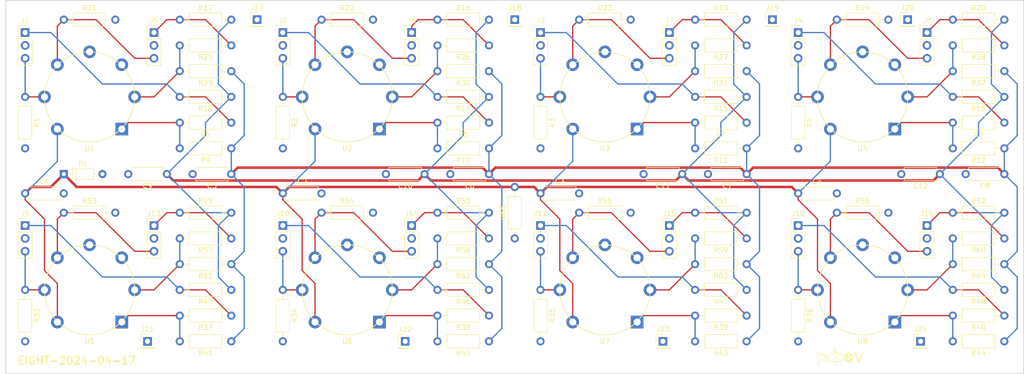
<source format=kicad_pcb>
(kicad_pcb (version 20221018) (generator pcbnew)
  (layers (0 "F.Cu" signal) (1 "In1.Cu" signal) (2 "In2.Cu" power) (31 "B.Cu" signal) (34 "B.Paste" user) (35 "F.Paste" user) (36 "B.SilkS" user "B.Silkscreen") (37 "F.SilkS" user "F.Silkscreen") (38 "B.Mask" user) (39 "F.Mask" user) (44 "Edge.Cuts" user))
  (net 0 "")
  (net 1 "GND")
  (net 2 "Net-(J1-P1)")
  (net 3 "Net-(J1-P3)")
  (net 4 "Net-(J2-P1)")
  (net 5 "Net-(J2-P3)")
  (net 6 "Net-(J3-P1)")
  (net 7 "Net-(J3-P3)")
  (net 8 "Net-(J4-P1)")
  (net 9 "Net-(J4-P3)")
  (net 10 "Net-(J5-P1)")
  (net 11 "Net-(J5-P3)")
  (net 12 "Net-(J6-P1)")
  (net 13 "Net-(J6-P3)")
  (net 14 "Net-(J7-P1)")
  (net 15 "Net-(J7-P3)")
  (net 16 "Net-(J8-P1)")
  (net 17 "Net-(J8-P3)")
  (net 18 "Net-(J9-P1)")
  (net 19 "Net-(J9-P3)")
  (net 20 "Net-(J10-P1)")
  (net 21 "Net-(J10-P3)")
  (net 22 "Net-(J11-P1)")
  (net 23 "Net-(J11-P3)")
  (net 24 "Net-(J12-P1)")
  (net 25 "Net-(J12-P3)")
  (net 26 "Net-(J13-P1)")
  (net 27 "Net-(J13-P3)")
  (net 28 "Net-(J14-P1)")
  (net 29 "Net-(J14-P3)")
  (net 30 "Net-(J15-P1)")
  (net 31 "Net-(J15-P3)")
  (net 32 "Net-(J16-P1)")
  (net 33 "Net-(J16-P3)")
  (net 34 "/VCC")
  (net 35 "/VPP")
  (net 36 "/VGG")
  (net 37 "/f56")
  (net 38 "/f78")
  (net 39 "/VF2")
  (net 40 "/VF1")
  (net 41 "Net-(U1A-A)")
  (net 42 "Net-(U2A-A)")
  (net 43 "Net-(U3A-A)")
  (net 44 "Net-(U4A-A)")
  (net 45 "Net-(U1B-A)")
  (net 46 "Net-(U2B-A)")
  (net 47 "Net-(U3B-A)")
  (net 48 "Net-(U4B-A)")
  (net 49 "Net-(U5A-A)")
  (net 50 "Net-(U6A-A)")
  (net 51 "Net-(U7A-A)")
  (net 52 "Net-(U8A-A)")
  (net 53 "Net-(U5B-A)")
  (net 54 "Net-(U6B-A)")
  (net 55 "Net-(U7B-A)")
  (net 56 "Net-(U8B-A)")
  (net 57 "/VKK")
  (net 58 "/f15")
  (net 59 "/f84")
  (net 60 "/f21")
  (net 61 "/f43")
  (net 62 "/f67")
  (footprint "Pin_Headers:Pin_Header_Straight_1x03_Pitch2.54mm" (layer "F.Cu") (at 181.61 6.35)
    (fp_text reference "J8")
    (fp_text value "CONN_01X03")
  )
  (footprint "footlibrary:B7G-0.7dia" (layer "F.Cu") (at 16.51 19.05)
    (fp_text reference "U1")
    (fp_text value "6J6")
  )
  (footprint "footlibrary:B7G-0.7dia" (layer "F.Cu") (at 67.31 19.05)
    (fp_text reference "U2")
    (fp_text value "6J6")
  )
  (footprint "footlibrary:B7G-0.7dia" (layer "F.Cu") (at 118.11 19.05)
    (fp_text reference "U3")
    (fp_text value "6J6")
  )
  (footprint "footlibrary:B7G-0.7dia" (layer "F.Cu") (at 168.91 19.05)
    (fp_text reference "U4")
    (fp_text value "6J6")
  )
  (footprint "footlibrary:B7G-0.7dia" (layer "F.Cu") (at 16.51 57.15)
    (fp_text reference "U5")
    (fp_text value "6J6")
  )
  (footprint "footlibrary:B7G-0.7dia" (layer "F.Cu") (at 67.31 57.15)
    (fp_text reference "U6")
    (fp_text value "6J6")
  )
  (footprint "footlibrary:B7G-0.7dia" (layer "F.Cu") (at 118.11 57.15)
    (fp_text reference "U7")
    (fp_text value "6J6")
  )
  (footprint "footlibrary:B7G-0.7dia" (layer "F.Cu") (at 168.91 57.15)
    (fp_text reference "U8")
    (fp_text value "6J6")
  )
  (footprint "Pin_Headers:Pin_Header_Straight_1x03_Pitch2.54mm" (layer "F.Cu") (at 80.01 6.35)
    (fp_text reference "J6")
    (fp_text value "CONN_01X03")
  )
  (footprint "Pin_Headers:Pin_Header_Straight_1x03_Pitch2.54mm" (layer "F.Cu") (at 3.81 6.35)
    (fp_text reference "J1")
    (fp_text value "CONN_01X03")
  )
  (footprint "Pin_Headers:Pin_Header_Straight_1x03_Pitch2.54mm" (layer "F.Cu") (at 54.61 6.35)
    (fp_text reference "J2")
    (fp_text value "CONN_01X03")
  )
  (footprint "Pin_Headers:Pin_Header_Straight_1x03_Pitch2.54mm" (layer "F.Cu") (at 105.41 6.35)
    (fp_text reference "J3")
    (fp_text value "CONN_01X03")
  )
  (footprint "Pin_Headers:Pin_Header_Straight_1x03_Pitch2.54mm" (layer "F.Cu") (at 156.21 6.35)
    (fp_text reference "J4")
    (fp_text value "CONN_01X03")
  )
  (footprint "Pin_Headers:Pin_Header_Straight_1x03_Pitch2.54mm" (layer "F.Cu") (at 29.21 6.35)
    (fp_text reference "J5")
    (fp_text value "CONN_01X03")
  )
  (footprint "Pin_Headers:Pin_Header_Straight_1x03_Pitch2.54mm" (layer "F.Cu") (at 130.81 6.35)
    (fp_text reference "J7")
    (fp_text value "CONN_01X03")
  )
  (footprint "Pin_Headers:Pin_Header_Straight_1x03_Pitch2.54mm" (layer "F.Cu") (at 3.81 44.45)
    (fp_text reference "J9")
    (fp_text value "CONN_01X03")
  )
  (footprint "Pin_Headers:Pin_Header_Straight_1x03_Pitch2.54mm" (layer "F.Cu") (at 54.61 44.45)
    (fp_text reference "J10")
    (fp_text value "CONN_01X03")
  )
  (footprint "Pin_Headers:Pin_Header_Straight_1x03_Pitch2.54mm" (layer "F.Cu") (at 105.41 44.45)
    (fp_text reference "J11")
    (fp_text value "CONN_01X03")
  )
  (footprint "Pin_Headers:Pin_Header_Straight_1x03_Pitch2.54mm" (layer "F.Cu") (at 156.21 44.45)
    (fp_text reference "J12")
    (fp_text value "CONN_01X03")
  )
  (footprint "Pin_Headers:Pin_Header_Straight_1x03_Pitch2.54mm" (layer "F.Cu") (at 29.21 44.45)
    (fp_text reference "J13")
    (fp_text value "CONN_01X03")
  )
  (footprint "Pin_Headers:Pin_Header_Straight_1x03_Pitch2.54mm" (layer "F.Cu") (at 80.01 44.45)
    (fp_text reference "J14")
    (fp_text value "CONN_01X03")
  )
  (footprint "Pin_Headers:Pin_Header_Straight_1x03_Pitch2.54mm" (layer "F.Cu") (at 130.81 44.45)
    (fp_text reference "J15")
    (fp_text value "CONN_01X03")
  )
  (footprint "Pin_Headers:Pin_Header_Straight_1x03_Pitch2.54mm" (layer "F.Cu") (at 181.61 44.45)
    (fp_text reference "J16")
    (fp_text value "CONN_01X03")
  )
  (footprint "Pin_Headers:Pin_Header_Straight_1x01_Pitch2.54mm" (layer "F.Cu") (at 49.53 3.81)
    (fp_text reference "J17")
    (fp_text value "CONN_01X01")
  )
  (footprint "Pin_Headers:Pin_Header_Straight_1x01_Pitch2.54mm" (layer "F.Cu") (at 100.33 3.81)
    (fp_text reference "J18")
    (fp_text value "CONN_01X01")
  )
  (footprint "Pin_Headers:Pin_Header_Straight_1x01_Pitch2.54mm" (layer "F.Cu") (at 151.13 3.81)
    (fp_text reference "J19")
    (fp_text value "CONN_01X01")
  )
  (footprint "Pin_Headers:Pin_Header_Straight_1x01_Pitch2.54mm" (layer "F.Cu") (at 177.8 3.81)
    (fp_text reference "J20")
    (fp_text value "CONN_01X01")
  )
  (footprint "Pin_Headers:Pin_Header_Straight_1x01_Pitch2.54mm" (layer "F.Cu") (at 27.94 67.31)
    (fp_text reference "J21")
    (fp_text value "CONN_01X01")
  )
  (footprint "Pin_Headers:Pin_Header_Straight_1x01_Pitch2.54mm" (layer "F.Cu") (at 78.74 67.31)
    (fp_text reference "J22")
    (fp_text value "CONN_01X01")
  )
  (footprint "Pin_Headers:Pin_Header_Straight_1x01_Pitch2.54mm" (layer "F.Cu") (at 129.54 67.31)
    (fp_text reference "J23")
    (fp_text value "CONN_01X01")
  )
  (footprint "Pin_Headers:Pin_Header_Straight_1x01_Pitch2.54mm" (layer "F.Cu") (at 180.34 67.31)
    (fp_text reference "J24")
    (fp_text value "CONN_01X01")
  )
  (footprint "Diodes_THT:D_DO-35_SOD27_P7.62mm_Horizontal" (layer "F.Cu") (at 11.43 34.29)
    (fp_text reference "D1")
    (fp_text value "3.0V")
  )
  (footprint "footlibrary:C_Axial_0.1uF" (layer "F.Cu") (at 3.81 38.1)
    (fp_text reference "C1")
    (fp_text value "0.1u")
  )
  (footprint "footlibrary:C_Axial_0.1uF" (layer "F.Cu") (at 54.61 38.1)
    (fp_text reference "C2")
    (fp_text value "0.1u")
  )
  (footprint "footlibrary:C_Axial_0.1uF" (layer "F.Cu") (at 105.41 38.1)
    (fp_text reference "C3")
    (fp_text value "0.1u")
  )
  (footprint "footlibrary:C_Axial_0.1uF" (layer "F.Cu") (at 156.21 38.1)
    (fp_text reference "C4")
    (fp_text value "0.1u")
  )
  (footprint "footlibrary:C_Axial_0.1uF" (layer "F.Cu") (at 44.45 34.29 180)
    (fp_text reference "C5")
    (fp_text value "0.1u")
  )
  (footprint "footlibrary:C_Axial_0.1uF" (layer "F.Cu") (at 95.25 34.29 180)
    (fp_text reference "C6")
    (fp_text value "0.1u")
  )
  (footprint "footlibrary:C_Axial_0.1uF" (layer "F.Cu") (at 146.05 34.29 180)
    (fp_text reference "C7")
    (fp_text value "0.1u")
  )
  (footprint "footlibrary:C_Axial_0.1uF" (layer "F.Cu") (at 196.85 34.29 180)
    (fp_text reference "C8")
    (fp_text value "0.1u")
  )
  (footprint "footlibrary:C_Axial_0.1uF" (layer "F.Cu") (at 31.75 34.29 180)
    (fp_text reference "C9")
    (fp_text value "0.1u")
  )
  (footprint "footlibrary:C_Axial_0.1uF" (layer "F.Cu") (at 82.55 34.29 180)
    (fp_text reference "C10")
    (fp_text value "0.1u")
  )
  (footprint "footlibrary:C_Axial_0.1uF" (layer "F.Cu") (at 133.35 34.29 180)
    (fp_text reference "C11")
    (fp_text value "0.1u")
  )
  (footprint "footlibrary:C_Axial_0.1uF" (layer "F.Cu") (at 184.15 34.29 180)
    (fp_text reference "C12")
    (fp_text value "0.1u")
  )
  (footprint "footlibrary:R_Axial_QtrWatt" (layer "F.Cu") (at 3.81 19.05 -90)
    (fp_text reference "R1")
    (fp_text value "150K")
  )
  (footprint "footlibrary:R_Axial_QtrWatt" (layer "F.Cu") (at 54.61 19.05 -90)
    (fp_text reference "R2")
    (fp_text value "150K")
  )
  (footprint "footlibrary:R_Axial_QtrWatt" (layer "F.Cu") (at 105.41 19.05 -90)
    (fp_text reference "R3")
    (fp_text value "150K")
  )
  (footprint "footlibrary:R_Axial_QtrWatt" (layer "F.Cu") (at 156.21 19.05 -90)
    (fp_text reference "R4")
    (fp_text value "150K")
  )
  (footprint "footlibrary:R_Axial_QtrWatt" (layer "F.Cu") (at 44.45 24.13 180)
    (fp_text reference "R5")
    (fp_text value "26.7K")
  )
  (footprint "footlibrary:R_Axial_QtrWatt" (layer "F.Cu") (at 95.25 24.13 180)
    (fp_text reference "R6")
    (fp_text value "26.7K")
  )
  (footprint "footlibrary:R_Axial_QtrWatt" (layer "F.Cu") (at 146.05 24.13 180)
    (fp_text reference "R7")
    (fp_text value "26.7K")
  )
  (footprint "footlibrary:R_Axial_QtrWatt" (layer "F.Cu") (at 196.85 24.13 180)
    (fp_text reference "R8")
    (fp_text value "26.7K")
  )
  (footprint "footlibrary:R_Axial_QtrWatt" (layer "F.Cu") (at 44.45 29.21 180)
    (fp_text reference "R9")
    (fp_text value "26.7K")
  )
  (footprint "footlibrary:R_Axial_QtrWatt" (layer "F.Cu") (at 95.25 29.21 180)
    (fp_text reference "R10")
    (fp_text value "26.7K")
  )
  (footprint "footlibrary:R_Axial_QtrWatt" (layer "F.Cu") (at 146.05 29.21 180)
    (fp_text reference "R11")
    (fp_text value "26.7K")
  )
  (footprint "footlibrary:R_Axial_QtrWatt" (layer "F.Cu") (at 196.85 29.21 180)
    (fp_text reference "R12")
    (fp_text value "26.7K")
  )
  (footprint "footlibrary:R_Axial_QtrWatt" (layer "F.Cu") (at 44.45 19.05 180)
    (fp_text reference "R13")
    (fp_text value "46.4K")
  )
  (footprint "footlibrary:R_Axial_QtrWatt" (layer "F.Cu") (at 95.25 19.05 180)
    (fp_text reference "R14")
    (fp_text value "46.4K")
  )
  (footprint "footlibrary:R_Axial_QtrWatt" (layer "F.Cu") (at 146.05 19.05 180)
    (fp_text reference "R15")
    (fp_text value "46.4K")
  )
  (footprint "footlibrary:R_Axial_QtrWatt" (layer "F.Cu") (at 196.85 19.05 180)
    (fp_text reference "R16")
    (fp_text value "46.4K")
  )
  (footprint "footlibrary:R_Axial_QtrWatt" (layer "F.Cu") (at 34.29 3.81)
    (fp_text reference "R17")
    (fp_text value "46.4K")
  )
  (footprint "footlibrary:R_Axial_QtrWatt" (layer "F.Cu") (at 85.09 3.81)
    (fp_text reference "R18")
    (fp_text value "46.4K")
  )
  (footprint "footlibrary:R_Axial_QtrWatt" (layer "F.Cu") (at 135.89 3.81)
    (fp_text reference "R19")
    (fp_text value "46.4K")
  )
  (footprint "footlibrary:R_Axial_QtrWatt" (layer "F.Cu") (at 186.69 3.81)
    (fp_text reference "R20")
    (fp_text value "46.4K")
  )
  (footprint "footlibrary:R_Axial_QtrWatt" (layer "F.Cu") (at 11.43 3.81)
    (fp_text reference "R21")
    (fp_text value "150K")
  )
  (footprint "footlibrary:R_Axial_QtrWatt" (layer "F.Cu") (at 62.23 3.81)
    (fp_text reference "R22")
    (fp_text value "150K")
  )
  (footprint "footlibrary:R_Axial_QtrWatt" (layer "F.Cu") (at 113.03 3.81)
    (fp_text reference "R23")
    (fp_text value "150K")
  )
  (footprint "footlibrary:R_Axial_QtrWatt" (layer "F.Cu") (at 163.83 3.81)
    (fp_text reference "R24")
    (fp_text value "150K")
  )
  (footprint "footlibrary:R_Axial_QtrWatt" (layer "F.Cu") (at 44.45 8.89 180)
    (fp_text reference "R25")
    (fp_text value "26.7K")
  )
  (footprint "footlibrary:R_Axial_QtrWatt" (layer "F.Cu") (at 95.25 8.89 180)
    (fp_text reference "R26")
    (fp_text value "26.7K")
  )
  (footprint "footlibrary:R_Axial_QtrWatt" (layer "F.Cu") (at 146.05 8.89 180)
    (fp_text reference "R27")
    (fp_text value "26.7K")
  )
  (footprint "footlibrary:R_Axial_QtrWatt" (layer "F.Cu") (at 196.85 8.89 180)
    (fp_text reference "R28")
    (fp_text value "26.7K")
  )
  (footprint "footlibrary:R_Axial_QtrWatt" (layer "F.Cu") (at 44.45 13.97 180)
    (fp_text reference "R29")
    (fp_text value "26.7K")
  )
  (footprint "footlibrary:R_Axial_QtrWatt" (layer "F.Cu") (at 95.25 13.97 180)
    (fp_text reference "R30")
    (fp_text value "26.7K")
  )
  (footprint "footlibrary:R_Axial_QtrWatt" (layer "F.Cu") (at 146.05 13.97 180)
    (fp_text reference "R31")
    (fp_text value "26.7K")
  )
  (footprint "footlibrary:R_Axial_QtrWatt" (layer "F.Cu") (at 196.85 13.97 180)
    (fp_text reference "R32")
    (fp_text value "26.7K")
  )
  (footprint "footlibrary:R_Axial_QtrWatt" (layer "F.Cu") (at 3.81 57.15 -90)
    (fp_text reference "R33")
    (fp_text value "150K")
  )
  (footprint "footlibrary:R_Axial_QtrWatt" (layer "F.Cu") (at 54.61 57.15 -90)
    (fp_text reference "R34")
    (fp_text value "150K")
  )
  (footprint "footlibrary:R_Axial_QtrWatt" (layer "F.Cu") (at 105.41 57.15 -90)
    (fp_text reference "R35")
    (fp_text value "150K")
  )
  (footprint "footlibrary:R_Axial_QtrWatt" (layer "F.Cu") (at 156.21 57.15 -90)
    (fp_text reference "R36")
    (fp_text value "150K")
  )
  (footprint "footlibrary:R_Axial_QtrWatt" (layer "F.Cu") (at 44.45 62.23 180)
    (fp_text reference "R37")
    (fp_text value "26.7K")
  )
  (footprint "footlibrary:R_Axial_QtrWatt" (layer "F.Cu") (at 95.25 62.23 180)
    (fp_text reference "R38")
    (fp_text value "26.7K")
  )
  (footprint "footlibrary:R_Axial_QtrWatt" (layer "F.Cu") (at 146.05 62.23 180)
    (fp_text reference "R39")
    (fp_text value "26.7K")
  )
  (footprint "footlibrary:R_Axial_QtrWatt" (layer "F.Cu") (at 196.85 62.23 180)
    (fp_text reference "R40")
    (fp_text value "26.7K")
  )
  (footprint "footlibrary:R_Axial_QtrWatt" (layer "F.Cu") (at 44.45 67.31 180)
    (fp_text reference "R41")
    (fp_text value "26.7K")
  )
  (footprint "footlibrary:R_Axial_QtrWatt" (layer "F.Cu") (at 95.25 67.31 180)
    (fp_text reference "R42")
    (fp_text value "26.7K")
  )
  (footprint "footlibrary:R_Axial_QtrWatt" (layer "F.Cu") (at 146.05 67.31 180)
    (fp_text reference "R43")
    (fp_text value "26.7K")
  )
  (footprint "footlibrary:R_Axial_QtrWatt" (layer "F.Cu") (at 196.85 67.31 180)
    (fp_text reference "R44")
    (fp_text value "26.7K")
  )
  (footprint "footlibrary:R_Axial_QtrWatt" (layer "F.Cu") (at 44.45 57.15 180)
    (fp_text reference "R45")
    (fp_text value "46.4K")
  )
  (footprint "footlibrary:R_Axial_QtrWatt" (layer "F.Cu") (at 95.25 57.15 180)
    (fp_text reference "R46")
    (fp_text value "46.4K")
  )
  (footprint "footlibrary:R_Axial_QtrWatt" (layer "F.Cu") (at 146.05 57.15 180)
    (fp_text reference "R47")
    (fp_text value "46.4K")
  )
  (footprint "footlibrary:R_Axial_QtrWatt" (layer "F.Cu") (at 196.85 57.15 180)
    (fp_text reference "R48")
    (fp_text value "46.4K")
  )
  (footprint "footlibrary:R_Axial_QtrWatt" (layer "F.Cu") (at 34.29 41.91)
    (fp_text reference "R49")
    (fp_text value "46.4K")
  )
  (footprint "footlibrary:R_Axial_QtrWatt" (layer "F.Cu") (at 85.09 41.91)
    (fp_text reference "R50")
    (fp_text value "46.4K")
  )
  (footprint "footlibrary:R_Axial_QtrWatt" (layer "F.Cu") (at 135.89 41.91)
    (fp_text reference "R51")
    (fp_text value "46.4K")
  )
  (footprint "footlibrary:R_Axial_QtrWatt" (layer "F.Cu") (at 186.69 41.91)
    (fp_text reference "R52")
    (fp_text value "46.4K")
  )
  (footprint "footlibrary:R_Axial_QtrWatt" (layer "F.Cu") (at 11.43 41.91)
    (fp_text reference "R53")
    (fp_text value "150K")
  )
  (footprint "footlibrary:R_Axial_QtrWatt" (layer "F.Cu") (at 62.23 41.91)
    (fp_text reference "R54")
    (fp_text value "150K")
  )
  (footprint "footlibrary:R_Axial_QtrWatt" (layer "F.Cu") (at 113.03 41.91)
    (fp_text reference "R55")
    (fp_text value "150K")
  )
  (footprint "footlibrary:R_Axial_QtrWatt" (layer "F.Cu") (at 163.83 41.91)
    (fp_text reference "R56")
    (fp_text value "150K")
  )
  (footprint "footlibrary:R_Axial_QtrWatt" (layer "F.Cu") (at 44.45 46.99 180)
    (fp_text reference "R57")
    (fp_text value "26.7K")
  )
  (footprint "footlibrary:R_Axial_QtrWatt" (layer "F.Cu") (at 95.25 46.99 180)
    (fp_text reference "R58")
    (fp_text value "26.7K")
  )
  (footprint "footlibrary:R_Axial_QtrWatt" (layer "F.Cu") (at 146.05 46.99 180)
    (fp_text reference "R59")
    (fp_text value "26.7K")
  )
  (footprint "footlibrary:R_Axial_QtrWatt" (layer "F.Cu") (at 196.85 46.99 180)
    (fp_text reference "R60")
    (fp_text value "26.7K")
  )
  (footprint "footlibrary:R_Axial_QtrWatt" (layer "F.Cu") (at 44.45 52.07 180)
    (fp_text reference "R61")
    (fp_text value "26.7K")
  )
  (footprint "footlibrary:R_Axial_QtrWatt" (layer "F.Cu") (at 95.25 52.07 180)
    (fp_text reference "R62")
    (fp_text value "26.7K")
  )
  (footprint "footlibrary:R_Axial_QtrWatt" (layer "F.Cu") (at 146.05 52.07 180)
    (fp_text reference "R63")
    (fp_text value "26.7K")
  )
  (footprint "footlibrary:R_Axial_QtrWatt" (layer "F.Cu") (at 196.85 52.07 180)
    (fp_text reference "R64")
    (fp_text value "26.7K")
  )
  (footprint "footlibrary:R_Axial_QtrWatt" (layer "F.Cu") (at 100.33 46.99 90)
    (fp_text reference "R65")
    (fp_text value "220")
  )
  (footprint "LOGO" (layer "F.Cu") (at 164.465 70.485)
    (fp_text reference "G***" hide)
    (fp_text value "LOGO" hide)
  )
  (gr_line (start 0 0) (end 0 73.66) (stroke (width 0.15)) (layer "Edge.Cuts"))
  (gr_line (start 200.66 73.66) (end 200.66 0) (stroke (width 0.15)) (layer "Edge.Cuts"))
  (gr_line (start 0 73.66) (end 200.66 73.66) (stroke (width 0.15)) (layer "Edge.Cuts"))
  (gr_line (start 200.66 0) (end 0 0) (stroke (width 0.15)) (layer "Edge.Cuts"))
  (gr_text "EIGHT-2024-04-17" (at 13.97 71.12) (layer "F.SilkS") (effects (font (size 1.5 1.5) (thickness 0.3))))
  (segment (start 39.37 19.05) (end 34.29 19.05) (width 0.25) (layer "F.Cu") (net 2))
  (segment (start 41.91 21.59) (end 39.37 19.05) (width 0.25) (layer "F.Cu") (net 2))
  (segment (start 44.45 24.13) (end 41.91 21.59) (width 0.25) (layer "F.Cu") (net 2))
  (segment (start 8.89 6.35) (end 19.05 16.51) (width 0.25) (layer "B.Cu") (net 2))
  (segment (start 19.05 16.51) (end 31.75 16.51) (width 0.25) (layer "B.Cu") (net 2))
  (segment (start 3.81 6.35) (end 8.89 6.35) (width 0.25) (layer "B.Cu") (net 2))
  (segment (start 34.29 19.05) (end 31.75 16.51) (width 0.25) (layer "B.Cu") (net 2))
  (segment (start 7.62 19.05) (end 3.81 19.05) (width 0.25) (layer "F.Cu") (net 3))
  (segment (start 3.81 11.43) (end 3.81 19.05) (width 0.25) (layer "B.Cu") (net 3))
  (segment (start 90.17 19.05) (end 95.25 24.13) (width 0.25) (layer "F.Cu") (net 4))
  (segment (start 85.09 19.05) (end 90.17 19.05) (width 0.25) (layer "F.Cu") (net 4))
  (segment (start 82.55 16.51) (end 85.09 19.05) (width 0.25) (layer "B.Cu") (net 4))
  (segment (start 59.69 6.35) (end 69.85 16.51) (width 0.25) (layer "B.Cu") (net 4))
  (segment (start 69.85 16.51) (end 82.55 16.51) (width 0.25) (layer "B.Cu") (net 4))
  (segment (start 54.61 6.35) (end 59.69 6.35) (width 0.25) (layer "B.Cu") (net 4))
  (segment (start 54.61 19.05) (end 58.42 19.05) (width 0.25) (layer "F.Cu") (net 5))
  (segment (start 54.61 11.43) (end 54.61 19.05) (width 0.25) (layer "B.Cu") (net 5))
  (segment (start 140.97 19.05) (end 146.05 24.13) (width 0.25) (layer "F.Cu") (net 6))
  (segment (start 135.89 19.05) (end 140.97 19.05) (width 0.25) (layer "F.Cu") (net 6))
  (segment (start 133.35 16.51) (end 135.89 19.05) (width 0.25) (layer "B.Cu") (net 6))
  (segment (start 110.49 6.35) (end 120.65 16.51) (width 0.25) (layer "B.Cu") (net 6))
  (segment (start 120.65 16.51) (end 133.35 16.51) (width 0.25) (layer "B.Cu") (net 6))
  (segment (start 105.41 6.35) (end 110.49 6.35) (width 0.25) (layer "B.Cu") (net 6))
  (segment (start 105.41 19.05) (end 109.22 19.05) (width 0.25) (layer "F.Cu") (net 7))
  (segment (start 105.41 11.43) (end 105.41 19.05) (width 0.25) (layer "B.Cu") (net 7))
  (segment (start 191.77 19.05) (end 196.85 24.13) (width 0.25) (layer "F.Cu") (net 8))
  (segment (start 186.69 19.05) (end 191.77 19.05) (width 0.25) (layer "F.Cu") (net 8))
  (segment (start 184.15 16.51) (end 179.07 16.51) (width 0.25) (layer "B.Cu") (net 8))
  (segment (start 161.29 6.35) (end 171.45 16.51) (width 0.25) (layer "B.Cu") (net 8))
  (segment (start 171.45 16.51) (end 179.07 16.51) (width 0.25) (layer "B.Cu") (net 8))
  (segment (start 186.69 19.05) (end 184.15 16.51) (width 0.25) (layer "B.Cu") (net 8))
  (segment (start 156.21 6.35) (end 161.29 6.35) (width 0.25) (layer "B.Cu") (net 8))
  (segment (start 156.21 19.05) (end 160.02 19.05) (width 0.25) (layer "F.Cu") (net 9))
  (segment (start 156.21 11.43) (end 156.21 19.05) (width 0.25) (layer "B.Cu") (net 9))
  (segment (start 39.37 3.81) (end 44.45 8.89) (width 0.25) (layer "F.Cu") (net 10))
  (segment (start 31.75 3.81) (end 34.29 3.81) (width 0.25) (layer "F.Cu") (net 10))
  (segment (start 34.29 3.81) (end 39.37 3.81) (width 0.25) (layer "F.Cu") (net 10))
  (segment (start 29.21 6.35) (end 31.75 3.81) (width 0.25) (layer "F.Cu") (net 10))
  (segment (start 25.4 11.43) (end 17.78 3.81) (width 0.25) (layer "F.Cu") (net 11))
  (segment (start 17.78 3.81) (end 16.51 3.81) (width 0.25) (layer "F.Cu") (net 11))
  (segment (start 10.16 5.08) (end 11.43 3.81) (width 0.25) (layer "F.Cu") (net 11))
  (segment (start 29.21 11.43) (end 25.4 11.43) (width 0.25) (layer "F.Cu") (net 11))
  (segment (start 11.43 3.81) (end 16.51 3.81) (width 0.25) (layer "F.Cu") (net 11))
  (segment (start 10.16 12.7) (end 10.16 5.08) (width 0.25) (layer "F.Cu") (net 11))
  (segment (start 80.01 5.08) (end 81.28 3.81) (width 0.25) (layer "F.Cu") (net 12))
  (segment (start 81.28 3.81) (end 85.09 3.81) (width 0.25) (layer "F.Cu") (net 12))
  (segment (start 85.09 3.81) (end 90.17 3.81) (width 0.25) (layer "F.Cu") (net 12))
  (segment (start 90.17 3.81) (end 95.25 8.89) (width 0.25) (layer "F.Cu") (net 12))
  (segment (start 80.01 6.35) (end 80.01 5.08) (width 0.25) (layer "F.Cu") (net 12))
  (segment (start 77.47 11.43) (end 76.2 11.43) (width 0.25) (layer "F.Cu") (net 13))
  (segment (start 76.2 11.43) (end 68.58 3.81) (width 0.25) (layer "F.Cu") (net 13))
  (segment (start 68.58 3.81) (end 62.23 3.81) (width 0.25) (layer "F.Cu") (net 13))
  (segment (start 60.96 5.08) (end 62.23 3.81) (width 0.25) (layer "F.Cu") (net 13))
  (segment (start 80.01 11.43) (end 77.47 11.43) (width 0.25) (layer "F.Cu") (net 13))
  (segment (start 60.96 12.7) (end 60.96 5.08) (width 0.25) (layer "F.Cu") (net 13))
  (segment (start 140.97 3.81) (end 146.05 8.89) (width 0.25) (layer "F.Cu") (net 14))
  (segment (start 133.35 3.81) (end 135.89 3.81) (width 0.25) (layer "F.Cu") (net 14))
  (segment (start 135.89 3.81) (end 140.97 3.81) (width 0.25) (layer "F.Cu") (net 14))
  (segment (start 130.81 6.35) (end 133.35 3.81) (width 0.25) (layer "F.Cu") (net 14))
  (segment (start 127 11.43) (end 119.38 3.81) (width 0.25) (layer "F.Cu") (net 15))
  (segment (start 119.38 3.81) (end 113.03 3.81) (width 0.25) (layer "F.Cu") (net 15))
  (segment (start 111.76 5.08) (end 113.03 3.81) (width 0.25) (layer "F.Cu") (net 15))
  (segment (start 130.81 11.43) (end 127 11.43) (width 0.25) (layer "F.Cu") (net 15))
  (segment (start 111.76 12.7) (end 111.76 5.08) (width 0.25) (layer "F.Cu") (net 15))
  (segment (start 184.15 3.81) (end 186.69 3.81) (width 0.25) (layer "F.Cu") (net 16))
  (segment (start 186.69 3.81) (end 190.5 3.81) (width 0.25) (layer "F.Cu") (net 16))
  (segment (start 190.5 3.81) (end 191.77 3.81) (width 0.25) (layer "F.Cu") (net 16))
  (segment (start 191.77 3.81) (end 196.85 8.89) (width 0.25) (layer "F.Cu") (net 16))
  (segment (start 181.61 6.35) (end 184.15 3.81) (width 0.25) (layer "F.Cu") (net 16))
  (segment (start 177.8 11.43) (end 170.18 3.81) (width 0.25) (layer "F.Cu") (net 17))
  (segment (start 170.18 3.81) (end 163.83 3.81) (width 0.25) (layer "F.Cu") (net 17))
  (segment (start 162.56 5.08) (end 163.83 3.81) (width 0.25) (layer "F.Cu") (net 17))
  (segment (start 162.56 12.7) (end 162.56 5.08) (width 0.25) (layer "F.Cu") (net 17))
  (segment (start 181.61 11.43) (end 177.8 11.43) (width 0.25) (layer "F.Cu") (net 17))
  (segment (start 39.37 57.15) (end 34.29 57.15) (width 0.25) (layer "F.Cu") (net 18))
  (segment (start 44.45 62.23) (end 39.37 57.15) (width 0.25) (layer "F.Cu") (net 18))
  (segment (start 31.75 54.61) (end 34.29 57.15) (width 0.25) (layer "B.Cu") (net 18))
  (segment (start 8.89 44.45) (end 19.05 54.61) (width 0.25) (layer "B.Cu") (net 18))
  (segment (start 19.05 54.61) (end 31.75 54.61) (width 0.25) (layer "B.Cu") (net 18))
  (segment (start 3.81 44.45) (end 8.89 44.45) (width 0.25) (layer "B.Cu") (net 18))
  (segment (start 3.81 57.15) (end 7.62 57.15) (width 0.25) (layer "F.Cu") (net 19))
  (segment (start 3.81 49.53) (end 3.81 57.15) (width 0.25) (layer "B.Cu") (net 19))
  (segment (start 90.17 57.15) (end 95.25 62.23) (width 0.25) (layer "F.Cu") (net 20))
  (segment (start 85.09 57.15) (end 90.17 57.15) (width 0.25) (layer "F.Cu") (net 20))
  (segment (start 82.55 54.61) (end 85.09 57.15) (width 0.25) (layer "B.Cu") (net 20))
  (segment (start 59.69 44.45) (end 69.85 54.61) (width 0.25) (layer "B.Cu") (net 20))
  (segment (start 69.85 54.61) (end 82.55 54.61) (width 0.25) (layer "B.Cu") (net 20))
  (segment (start 54.61 44.45) (end 59.69 44.45) (width 0.25) (layer "B.Cu") (net 20))
  (segment (start 54.61 57.15) (end 58.42 57.15) (width 0.25) (layer "F.Cu") (net 21))
  (segment (start 54.61 49.53) (end 54.61 57.15) (width 0.25) (layer "B.Cu") (net 21))
  (segment (start 140.97 57.15) (end 146.05 62.23) (width 0.25) (layer "F.Cu") (net 22))
  (segment (start 135.89 57.15) (end 140.97 57.15) (width 0.25) (layer "F.Cu") (net 22))
  (segment (start 133.35 54.61) (end 135.89 57.15) (width 0.25) (layer "B.Cu") (net 22))
  (segment (start 110.49 44.45) (end 120.65 54.61) (width 0.25) (layer "B.Cu") (net 22))
  (segment (start 120.65 54.61) (end 133.35 54.61) (width 0.25) (layer "B.Cu") (net 22))
  (segment (start 105.41 44.45) (end 110.49 44.45) (width 0.25) (layer "B.Cu") (net 22))
  (segment (start 105.41 57.15) (end 109.22 57.15) (width 0.25) (layer "F.Cu") (net 23))
  (segment (start 105.41 49.53) (end 105.41 57.15) (width 0.25) (layer "B.Cu") (net 23))
  (segment (start 191.77 57.15) (end 196.85 62.23) (width 0.25) (layer "F.Cu") (net 24))
  (segment (start 186.69 57.15) (end 191.77 57.15) (width 0.25) (layer "F.Cu") (net 24))
  (segment (start 184.15 54.61) (end 186.69 57.15) (width 0.25) (layer "B.Cu") (net 24))
  (segment (start 161.29 44.45) (end 171.45 54.61) (width 0.25) (layer "B.Cu") (net 24))
  (segment (start 171.45 54.61) (end 184.15 54.61) (width 0.25) (layer "B.Cu") (net 24))
  (segment (start 156.21 44.45) (end 161.29 44.45) (width 0.25) (layer "B.Cu") (net 24))
  (segment (start 156.21 57.15) (end 160.02 57.15) (width 0.25) (layer "F.Cu") (net 25))
  (segment (start 156.21 49.53) (end 156.21 57.15) (width 0.25) (layer "B.Cu") (net 25))
  (segment (start 31.75 41.91) (end 34.29 41.91) (width 0.25) (layer "F.Cu") (net 26))
  (segment (start 34.29 41.91) (end 39.37 41.91) (width 0.25) (layer "F.Cu") (net 26))
  (segment (start 39.37 41.91) (end 44.45 46.99) (width 0.25) (layer "F.Cu") (net 26))
  (segment (start 29.21 44.45) (end 31.75 41.91) (width 0.25) (layer "F.Cu") (net 26))
  (segment (start 25.4 49.53) (end 17.78 41.91) (width 0.25) (layer "F.Cu") (net 27))
  (segment (start 17.78 41.91) (end 11.43 41.91) (width 0.25) (layer "F.Cu") (net 27))
  (segment (start 10.16 43.18) (end 11.43 41.91) (width 0.25) (layer "F.Cu") (net 27))
  (segment (start 10.16 50.8) (end 10.16 43.18) (width 0.25) (layer "F.Cu") (net 27))
  (segment (start 29.21 49.53) (end 25.4 49.53) (width 0.25) (layer "F.Cu") (net 27))
  (segment (start 82.55 41.91) (end 85.09 41.91) (width 0.25) (layer "F.Cu") (net 28))
  (segment (start 85.09 41.91) (end 90.17 41.91) (width 0.25) (layer "F.Cu") (net 28))
  (segment (start 90.17 41.91) (end 95.25 46.99) (width 0.25) (layer "F.Cu") (net 28))
  (segment (start 80.01 44.45) (end 82.55 41.91) (width 0.25) (layer "F.Cu") (net 28))
  (segment (start 76.2 49.53) (end 68.58 41.91) (width 0.25) (layer "F.Cu") (net 29))
  (segment (start 68.58 41.91) (end 62.23 41.91) (width 0.25) (layer "F.Cu") (net 29))
  (segment (start 60.96 43.18) (end 62.23 41.91) (width 0.25) (layer "F.Cu") (net 29))
  (segment (start 80.01 49.53) (end 76.2 49.53) (width 0.25) (layer "F.Cu") (net 29))
  (segment (start 60.96 50.8) (end 60.96 43.18) (width 0.25) (layer "F.Cu") (net 29))
  (segment (start 133.35 41.91) (end 135.89 41.91) (width 0.25) (layer "F.Cu") (net 30))
  (segment (start 135.89 41.91) (end 140.97 41.91) (width 0.25) (layer "F.Cu") (net 30))
  (segment (start 140.97 41.91) (end 146.05 46.99) (width 0.25) (layer "F.Cu") (net 30))
  (segment (start 130.81 44.45) (end 133.35 41.91) (width 0.25) (layer "F.Cu") (net 30))
  (segment (start 127 49.53) (end 119.38 41.91) (width 0.25) (layer "F.Cu") (net 31))
  (segment (start 119.38 41.91) (end 113.03 41.91) (width 0.25) (layer "F.Cu") (net 31))
  (segment (start 111.76 43.18) (end 113.03 41.91) (width 0.25) (layer "F.Cu") (net 31))
  (segment (start 111.76 50.8) (end 111.76 43.18) (width 0.25) (layer "F.Cu") (net 31))
  (segment (start 130.81 49.53) (end 127 49.53) (width 0.25) (layer "F.Cu") (net 31))
  (segment (start 184.15 41.91) (end 186.69 41.91) (width 0.25) (layer "F.Cu") (net 32))
  (segment (start 186.69 41.91) (end 191.77 41.91) (width 0.25) (layer "F.Cu") (net 32))
  (segment (start 191.77 41.91) (end 196.85 46.99) (width 0.25) (layer "F.Cu") (net 32))
  (segment (start 181.61 44.45) (end 184.15 41.91) (width 0.25) (layer "F.Cu") (net 32))
  (segment (start 177.8 49.53) (end 170.18 41.91) (width 0.25) (layer "F.Cu") (net 33))
  (segment (start 170.18 41.91) (end 163.83 41.91) (width 0.25) (layer "F.Cu") (net 33))
  (segment (start 162.56 43.18) (end 163.83 41.91) (width 0.25) (layer "F.Cu") (net 33))
  (segment (start 181.61 49.53) (end 177.8 49.53) (width 0.25) (layer "F.Cu") (net 33))
  (segment (start 162.56 50.8) (end 162.56 43.18) (width 0.25) (layer "F.Cu") (net 33))
  (segment (start 195.58 33.02) (end 147.32 33.02) (width 0.5) (layer "F.Cu") (net 35))
  (segment (start 147.32 33.02) (end 146.05 34.29) (width 0.5) (layer "F.Cu") (net 35))
  (segment (start 45.72 33.02) (end 93.98 33.02) (width 0.5) (layer "F.Cu") (net 35))
  (segment (start 93.98 33.02) (end 95.25 34.29) (width 0.5) (layer "F.Cu") (net 35))
  (segment (start 95.25 34.29) (end 96.52 33.02) (width 0.5) (layer "F.Cu") (net 35))
  (segment (start 96.52 33.02) (end 144.78 33.02) (width 0.5) (layer "F.Cu") (net 35))
  (segment (start 144.78 33.02) (end 146.05 34.29) (width 0.5) (layer "F.Cu") (net 35))
  (segment (start 44.45 34.29) (end 45.72 33.02) (width 0.5) (layer "F.Cu") (net 35))
  (segment (start 196.85 34.29) (end 195.58 33.02) (width 0.5) (layer "F.Cu") (net 35))
  (segment (start 46.99 16.51) (end 46.99 26.67) (width 0.25) (layer "B.Cu") (net 35))
  (segment (start 46.99 26.67) (end 44.45 29.21) (width 0.25) (layer "B.Cu") (net 35))
  (segment (start 44.45 29.21) (end 44.45 34.29) (width 0.25) (layer "B.Cu") (net 35))
  (segment (start 44.45 67.31) (end 46.99 64.77) (width 0.25) (layer "B.Cu") (net 35))
  (segment (start 46.99 64.77) (end 46.99 54.61) (width 0.25) (layer "B.Cu") (net 35))
  (segment (start 46.99 54.61) (end 44.45 52.07) (width 0.25) (layer "B.Cu") (net 35))
  (segment (start 97.79 54.61) (end 97.79 64.77) (width 0.25) (layer "B.Cu") (net 35))
  (segment (start 97.79 64.77) (end 95.25 67.31) (width 0.25) (layer "B.Cu") (net 35))
  (segment (start 148.59 54.61) (end 148.59 64.77) (width 0.25) (layer "B.Cu") (net 35))
  (segment (start 148.59 64.77) (end 146.05 67.31) (width 0.25) (layer "B.Cu") (net 35))
  (segment (start 199.39 54.61) (end 199.39 64.77) (width 0.25) (layer "B.Cu") (net 35))
  (segment (start 199.39 64.77) (end 196.85 67.31) (width 0.25) (layer "B.Cu") (net 35))
  (segment (start 97.79 16.51) (end 97.79 26.67) (width 0.25) (layer "B.Cu") (net 35))
  (segment (start 97.79 26.67) (end 95.25 29.21) (width 0.25) (layer "B.Cu") (net 35))
  (segment (start 95.25 29.21) (end 95.25 34.29) (width 0.25) (layer "B.Cu") (net 35))
  (segment (start 199.39 16.51) (end 199.39 26.67) (width 0.25) (layer "B.Cu") (net 35))
  (segment (start 199.39 26.67) (end 196.85 29.21) (width 0.25) (layer "B.Cu") (net 35))
  (segment (start 196.85 29.21) (end 196.85 34.29) (width 0.25) (layer "B.Cu") (net 35))
  (segment (start 45.72 35.56) (end 44.45 34.29) (width 0.25) (layer "B.Cu") (net 35))
  (segment (start 148.59 36.83) (end 148.59 49.53) (width 0.25) (layer "B.Cu") (net 35))
  (segment (start 148.59 49.53) (end 146.05 52.07) (width 0.25) (layer "B.Cu") (net 35))
  (segment (start 146.05 29.21) (end 148.59 26.67) (width 0.25) (layer "B.Cu") (net 35))
  (segment (start 148.59 26.67) (end 148.59 16.51) (width 0.25) (layer "B.Cu") (net 35))
  (segment (start 148.59 16.51) (end 146.05 13.97) (width 0.25) (layer "B.Cu") (net 35))
  (segment (start 199.39 36.83) (end 199.39 49.53) (width 0.25) (layer "B.Cu") (net 35))
  (segment (start 199.39 49.53) (end 196.85 52.07) (width 0.25) (layer "B.Cu") (net 35))
  (segment (start 97.79 36.83) (end 97.79 49.53) (width 0.25) (layer "B.Cu") (net 35))
  (segment (start 97.79 49.53) (end 95.25 52.07) (width 0.25) (layer "B.Cu") (net 35))
  (segment (start 46.99 36.83) (end 46.99 49.53) (width 0.25) (layer "B.Cu") (net 35))
  (segment (start 46.99 49.53) (end 45.72 50.8) (width 0.25) (layer "B.Cu") (net 35))
  (segment (start 45.72 35.56) (end 46.99 36.83) (width 0.25) (layer "B.Cu") (net 35))
  (segment (start 146.05 34.29) (end 148.59 36.83) (width 0.25) (layer "B.Cu") (net 35))
  (segment (start 44.45 52.07) (end 45.72 50.8) (width 0.25) (layer "B.Cu") (net 35))
  (segment (start 95.25 34.29) (end 97.79 36.83) (width 0.25) (layer "B.Cu") (net 35))
  (segment (start 196.85 13.97) (end 199.39 16.51) (width 0.25) (layer "B.Cu") (net 35))
  (segment (start 95.25 13.97) (end 97.79 16.51) (width 0.25) (layer "B.Cu") (net 35))
  (segment (start 44.45 13.97) (end 46.99 16.51) (width 0.25) (layer "B.Cu") (net 35))
  (segment (start 196.85 52.07) (end 199.39 54.61) (width 0.25) (layer "B.Cu") (net 35))
  (segment (start 146.05 34.29) (end 146.05 29.21) (width 0.25) (layer "B.Cu") (net 35))
  (segment (start 146.05 52.07) (end 148.59 54.61) (width 0.25) (layer "B.Cu") (net 35))
  (segment (start 95.25 52.07) (end 97.79 54.61) (width 0.25) (layer "B.Cu") (net 35))
  (segment (start 196.85 34.29) (end 199.39 36.83) (width 0.25) (layer "B.Cu") (net 35))
  (segment (start 33.02 35.56) (end 81.28 35.56) (width 0.5) (layer "F.Cu") (net 36))
  (segment (start 81.28 35.56) (end 82.55 34.29) (width 0.5) (layer "F.Cu") (net 36))
  (segment (start 83.82 35.56) (end 97.79 35.56) (width 0.5) (layer "F.Cu") (net 36))
  (segment (start 132.08 35.56) (end 133.35 34.29) (width 0.5) (layer "F.Cu") (net 36))
  (segment (start 134.62 35.56) (end 182.88 35.56) (width 0.5) (layer "F.Cu") (net 36))
  (segment (start 182.88 35.56) (end 184.15 34.29) (width 0.5) (layer "F.Cu") (net 36))
  (segment (start 102.87 35.56) (end 132.08 35.56) (width 0.5) (layer "F.Cu") (net 36))
  (segment (start 97.79 35.56) (end 102.87 35.56) (width 0.5) (layer "F.Cu") (net 36))
  (segment (start 82.55 34.29) (end 83.82 35.56) (width 0.5) (layer "F.Cu") (net 36))
  (segment (start 133.35 34.29) (end 134.62 35.56) (width 0.5) (layer "F.Cu") (net 36))
  (segment (start 31.75 34.29) (end 33.02 35.56) (width 0.5) (layer "F.Cu") (net 36))
  (segment (start 41.91 6.35) (end 41.91 16.51) (width 0.25) (layer "B.Cu") (net 36))
  (segment (start 41.91 16.51) (end 44.45 19.05) (width 0.25) (layer "B.Cu") (net 36))
  (segment (start 39.37 24.13) (end 44.45 19.05) (width 0.25) (layer "B.Cu") (net 36))
  (segment (start 41.91 44.45) (end 41.91 54.61) (width 0.25) (layer "B.Cu") (net 36))
  (segment (start 41.91 54.61) (end 44.45 57.15) (width 0.25) (layer "B.Cu") (net 36))
  (segment (start 92.71 6.35) (end 92.71 16.51) (width 0.25) (layer "B.Cu") (net 36))
  (segment (start 92.71 16.51) (end 95.25 19.05) (width 0.25) (layer "B.Cu") (net 36))
  (segment (start 95.25 19.05) (end 90.17 24.13) (width 0.25) (layer "B.Cu") (net 36))
  (segment (start 90.17 24.13) (end 90.17 26.67) (width 0.25) (layer "B.Cu") (net 36))
  (segment (start 143.51 6.35) (end 143.51 16.51) (width 0.25) (layer "B.Cu") (net 36))
  (segment (start 143.51 16.51) (end 146.05 19.05) (width 0.25) (layer "B.Cu") (net 36))
  (segment (start 146.05 19.05) (end 140.97 24.13) (width 0.25) (layer "B.Cu") (net 36))
  (segment (start 140.97 24.13) (end 140.97 26.67) (width 0.25) (layer "B.Cu") (net 36))
  (segment (start 92.71 44.45) (end 92.71 54.61) (width 0.25) (layer "B.Cu") (net 36))
  (segment (start 92.71 54.61) (end 95.25 57.15) (width 0.25) (layer "B.Cu") (net 36))
  (segment (start 143.51 44.45) (end 143.51 54.61) (width 0.25) (layer "B.Cu") (net 36))
  (segment (start 143.51 54.61) (end 146.05 57.15) (width 0.25) (layer "B.Cu") (net 36))
  (segment (start 194.31 44.45) (end 194.31 54.61) (width 0.25) (layer "B.Cu") (net 36))
  (segment (start 194.31 54.61) (end 196.85 57.15) (width 0.25) (layer "B.Cu") (net 36))
  (segment (start 194.31 6.35) (end 194.31 16.51) (width 0.25) (layer "B.Cu") (net 36))
  (segment (start 194.31 16.51) (end 196.85 19.05) (width 0.25) (layer "B.Cu") (net 36))
  (segment (start 196.85 19.05) (end 191.77 24.13) (width 0.25) (layer "B.Cu") (net 36))
  (segment (start 191.77 24.13) (end 191.77 26.67) (width 0.25) (layer "B.Cu") (net 36))
  (segment (start 39.37 41.91) (end 44.45 41.91) (width 0.25) (layer "B.Cu") (net 36))
  (segment (start 90.17 41.91) (end 95.25 41.91) (width 0.25) (layer "B.Cu") (net 36))
  (segment (start 140.97 41.91) (end 146.05 41.91) (width 0.25) (layer "B.Cu") (net 36))
  (segment (start 191.77 41.91) (end 196.85 41.91) (width 0.25) (layer "B.Cu") (net 36))
  (segment (start 39.37 26.67) (end 39.37 24.13) (width 0.25) (layer "B.Cu") (net 36))
  (segment (start 82.55 34.29) (end 90.17 26.67) (width 0.25) (layer "B.Cu") (net 36))
  (segment (start 31.75 34.29) (end 39.37 26.67) (width 0.25) (layer "B.Cu") (net 36))
  (segment (start 184.15 34.29) (end 191.77 41.91) (width 0.25) (layer "B.Cu") (net 36))
  (segment (start 44.45 41.91) (end 41.91 44.45) (width 0.25) (layer "B.Cu") (net 36))
  (segment (start 184.15 34.29) (end 191.77 26.67) (width 0.25) (layer "B.Cu") (net 36))
  (segment (start 146.05 41.91) (end 143.51 44.45) (width 0.25) (layer "B.Cu") (net 36))
  (segment (start 146.05 3.81) (end 143.51 6.35) (width 0.25) (layer "B.Cu") (net 36))
  (segment (start 95.25 41.91) (end 92.71 44.45) (width 0.25) (layer "B.Cu") (net 36))
  (segment (start 196.85 3.81) (end 194.31 6.35) (width 0.25) (layer "B.Cu") (net 36))
  (segment (start 133.35 34.29) (end 140.97 41.91) (width 0.25) (layer "B.Cu") (net 36))
  (segment (start 95.25 3.81) (end 92.71 6.35) (width 0.25) (layer "B.Cu") (net 36))
  (segment (start 31.75 34.29) (end 39.37 41.91) (width 0.25) (layer "B.Cu") (net 36))
  (segment (start 82.55 34.29) (end 90.17 41.91) (width 0.25) (layer "B.Cu") (net 36))
  (segment (start 133.35 34.29) (end 140.97 26.67) (width 0.25) (layer "B.Cu") (net 36))
  (segment (start 196.85 41.91) (end 194.31 44.45) (width 0.25) (layer "B.Cu") (net 36))
  (segment (start 44.45 3.81) (end 41.91 6.35) (width 0.25) (layer "B.Cu") (net 36))
  (segment (start 34.29 24.13) (end 25.4 24.13) (width 0.25) (layer "F.Cu") (net 41))
  (segment (start 25.4 24.13) (end 24.13 24.13) (width 0.25) (layer "F.Cu") (net 41))
  (segment (start 24.13 24.13) (end 22.86 25.4) (width 0.25) (layer "F.Cu") (net 41))
  (segment (start 34.29 29.21) (end 34.29 24.13) (width 0.25) (layer "B.Cu") (net 41))
  (segment (start 74.93 24.13) (end 73.66 25.4) (width 0.25) (layer "F.Cu") (net 42))
  (segment (start 85.09 24.13) (end 74.93 24.13) (width 0.25) (layer "F.Cu") (net 42))
  (segment (start 85.09 24.13) (end 85.09 29.21) (width 0.25) (layer "B.Cu") (net 42))
  (segment (start 125.73 24.13) (end 124.46 25.4) (width 0.25) (layer "F.Cu") (net 43))
  (segment (start 135.89 24.13) (end 125.73 24.13) (width 0.25) (layer "F.Cu") (net 43))
  (segment (start 135.89 24.13) (end 135.89 29.21) (width 0.25) (layer "B.Cu") (net 43))
  (segment (start 176.53 24.13) (end 175.26 25.4) (width 0.25) (layer "F.Cu") (net 44))
  (segment (start 186.69 24.13) (end 176.53 24.13) (width 0.25) (layer "F.Cu") (net 44))
  (segment (start 186.69 24.13) (end 186.69 29.21) (width 0.25) (layer "B.Cu") (net 44))
  (segment (start 30.48 17.78) (end 29.21 19.05) (width 0.25) (layer "F.Cu") (net 45))
  (segment (start 29.21 19.05) (end 25.4 19.05) (width 0.25) (layer "F.Cu") (net 45))
  (segment (start 34.29 13.97) (end 30.48 17.78) (width 0.25) (layer "F.Cu") (net 45))
  (segment (start 34.29 8.89) (end 34.29 13.97) (width 0.25) (layer "B.Cu") (net 45))
  (segment (start 80.01 19.05) (end 85.09 13.97) (width 0.25) (layer "F.Cu") (net 46))
  (segment (start 76.2 19.05) (end 80.01 19.05) (width 0.25) (layer "F.Cu") (net 46))
  (segment (start 85.09 13.97) (end 85.09 8.89) (width 0.25) (layer "B.Cu") (net 46))
  (segment (start 130.81 19.05) (end 135.89 13.97) (width 0.25) (layer "F.Cu") (net 47))
  (segment (start 127 19.05) (end 130.81 19.05) (width 0.25) (layer "F.Cu") (net 47))
  (segment (start 135.89 8.89) (end 135.89 13.97) (width 0.25) (layer "B.Cu") (net 47))
  (segment (start 181.61 19.05) (end 186.69 13.97) (width 0.25) (layer "F.Cu") (net 48))
  (segment (start 177.8 19.05) (end 181.61 19.05) (width 0.25) (layer "F.Cu") (net 48))
  (segment (start 186.69 8.89) (end 186.69 13.97) (width 0.25) (layer "B.Cu") (net 48))
  (segment (start 24.13 62.23) (end 22.86 63.5) (width 0.25) (layer "F.Cu") (net 49))
  (segment (start 34.29 62.23) (end 24.13 62.23) (width 0.25) (layer "F.Cu") (net 49))
  (segment (start 34.29 67.31) (end 34.29 62.23) (width 0.25) (layer "B.Cu") (net 49))
  (segment (start 74.93 62.23) (end 73.66 63.5) (width 0.25) (layer "F.Cu") (net 50))
  (segment (start 85.09 62.23) (end 74.93 62.23) (width 0.25) (layer "F.Cu") (net 50))
  (segment (start 85.09 62.23) (end 85.09 67.31) (width 0.25) (layer "B.Cu") (net 50))
  (segment (start 125.73 62.23) (end 124.46 63.5) (width 0.25) (layer "F.Cu") (net 51))
  (segment (start 135.89 62.23) (end 125.73 62.23) (width 0.25) (layer "F.Cu") (net 51))
  (segment (start 135.89 62.23) (end 135.89 67.31) (width 0.25) (layer "B.Cu") (net 51))
  (segment (start 176.53 62.23) (end 175.26 63.5) (width 0.25) (layer "F.Cu") (net 52))
  (segment (start 186.69 62.23) (end 176.53 62.23) (width 0.25) (layer "F.Cu") (net 52))
  (segment (start 186.69 62.23) (end 186.69 67.31) (width 0.25) (layer "B.Cu") (net 52))
  (segment (start 29.21 57.15) (end 34.29 52.07) (width 0.25) (layer "F.Cu") (net 53))
  (segment (start 25.4 57.15) (end 29.21 57.15) (width 0.25) (layer "F.Cu") (net 53))
  (segment (start 34.29 52.07) (end 34.29 46.99) (width 0.25) (layer "B.Cu") (net 53))
  (segment (start 80.01 57.15) (end 85.09 52.07) (width 0.25) (layer "F.Cu") (net 54))
  (segment (start 76.2 57.15) (end 80.01 57.15) (width 0.25) (layer "F.Cu") (net 54))
  (segment (start 85.09 46.99) (end 85.09 52.07) (width 0.25) (layer "B.Cu") (net 54))
  (segment (start 130.81 57.15) (end 135.89 52.07) (width 0.25) (layer "F.Cu") (net 55))
  (segment (start 127 57.15) (end 130.81 57.15) (width 0.25) (layer "F.Cu") (net 55))
  (segment (start 135.89 46.99) (end 135.89 52.07) (width 0.25) (layer "B.Cu") (net 55))
  (segment (start 181.61 57.15) (end 186.69 52.07) (width 0.25) (layer "F.Cu") (net 56))
  (segment (start 177.8 57.15) (end 181.61 57.15) (width 0.25) (layer "F.Cu") (net 56))
  (segment (start 186.69 46.99) (end 186.69 52.07) (width 0.25) (layer "B.Cu") (net 56))
  (segment (start 154.94 36.83) (end 106.68 36.83) (width 0.5) (layer "F.Cu") (net 57))
  (segment (start 106.68 36.83) (end 105.41 38.1) (width 0.5) (layer "F.Cu") (net 57))
  (segment (start 55.88 36.83) (end 54.61 38.1) (width 0.5) (layer "F.Cu") (net 57))
  (segment (start 53.34 36.83) (end 13.97 36.83) (width 0.5) (layer "F.Cu") (net 57))
  (segment (start 5.08 36.83) (end 3.81 38.1) (width 0.5) (layer "F.Cu") (net 57))
  (segment (start 156.21 39.37) (end 160.02 43.18) (width 0.25) (layer "F.Cu") (net 57))
  (segment (start 160.02 43.18) (end 160.02 53.34) (width 0.25) (layer "F.Cu") (net 57))
  (segment (start 160.02 53.34) (end 162.56 55.88) (width 0.25) (layer "F.Cu") (net 57))
  (segment (start 162.56 55.88) (end 162.56 63.5) (width 0.25) (layer "F.Cu") (net 57))
  (segment (start 105.41 39.37) (end 109.22 43.18) (width 0.25) (layer "F.Cu") (net 57))
  (segment (start 109.22 43.18) (end 109.22 53.34) (width 0.25) (layer "F.Cu") (net 57))
  (segment (start 109.22 53.34) (end 111.76 55.88) (width 0.25) (layer "F.Cu") (net 57))
  (segment (start 111.76 55.88) (end 111.76 63.5) (width 0.25) (layer "F.Cu") (net 57))
  (segment (start 54.61 39.37) (end 58.42 43.18) (width 0.25) (layer "F.Cu") (net 57))
  (segment (start 58.42 43.18) (end 58.42 53.34) (width 0.25) (layer "F.Cu") (net 57))
  (segment (start 58.42 53.34) (end 60.96 55.88) (width 0.25) (layer "F.Cu") (net 57))
  (segment (start 60.96 55.88) (end 60.96 63.5) (width 0.25) (layer "F.Cu") (net 57))
  (segment (start 3.81 39.37) (end 7.62 43.18) (width 0.25) (layer "F.Cu") (net 57))
  (segment (start 7.62 43.18) (end 7.62 53.34) (width 0.25) (layer "F.Cu") (net 57))
  (segment (start 7.62 53.34) (end 10.16 55.88) (width 0.25) (layer "F.Cu") (net 57))
  (segment (start 10.16 55.88) (end 10.16 63.5) (width 0.25) (layer "F.Cu") (net 57))
  (segment (start 8.89 36.83) (end 5.08 36.83) (width 0.5) (layer "F.Cu") (net 57))
  (segment (start 100.33 36.83) (end 55.88 36.83) (width 0.5) (layer "F.Cu") (net 57))
  (segment (start 54.61 38.1) (end 53.34 36.83) (width 0.5) (layer "F.Cu") (net 57))
  (segment (start 11.43 34.29) (end 13.97 36.83) (width 0.5) (layer "F.Cu") (net 57))
  (segment (start 3.81 38.1) (end 3.81 39.37) (width 0.25) (layer "F.Cu") (net 57))
  (segment (start 100.33 36.83) (end 104.14 36.83) (width 0.5) (layer "F.Cu") (net 57))
  (segment (start 156.21 38.1) (end 156.21 39.37) (width 0.25) (layer "F.Cu") (net 57))
  (segment (start 104.14 36.83) (end 105.41 38.1) (width 0.5) (layer "F.Cu") (net 57))
  (segment (start 11.43 34.29) (end 8.89 36.83) (width 0.5) (layer "F.Cu") (net 57))
  (segment (start 54.61 38.1) (end 54.61 39.37) (width 0.25) (layer "F.Cu") (net 57))
  (segment (start 156.21 38.1) (end 154.94 36.83) (width 0.5) (layer "F.Cu") (net 57))
  (segment (start 105.41 38.1) (end 105.41 39.37) (width 0.25) (layer "F.Cu") (net 57))
  (segment (start 156.21 38.1) (end 162.56 31.75) (width 0.25) (layer "B.Cu") (net 57))
  (segment (start 162.56 31.75) (end 162.56 25.4) (width 0.25) (layer "B.Cu") (net 57))
  (segment (start 105.41 38.1) (end 111.76 31.75) (width 0.25) (layer "B.Cu") (net 57))
  (segment (start 111.76 31.75) (end 111.76 25.4) (width 0.25) (layer "B.Cu") (net 57))
  (segment (start 54.61 38.1) (end 60.96 31.75) (width 0.25) (layer "B.Cu") (net 57))
  (segment (start 60.96 31.75) (end 60.96 25.4) (width 0.25) (layer "B.Cu") (net 57))
  (segment (start 10.16 31.75) (end 3.81 38.1) (width 0.25) (layer "B.Cu") (net 57))
  (segment (start 10.16 25.4) (end 10.16 31.75) (width 0.25) (layer "B.Cu") (net 57))
)
</source>
